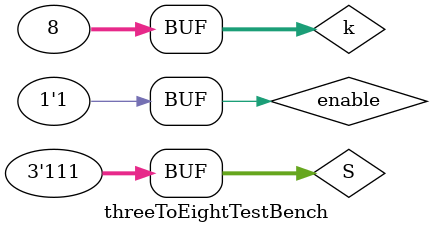
<source format=v>
`timescale 1ns / 1ps

module threeToEightTestBench(
);
    reg [2:0] S;
    wire [7:0] D;
    reg [0:0]enable = 1;
    integer k;
    
    threeToEight DUT (.enable(enable), .S(S), .D(D));   
    
    initial
    begin
      S = 0; 
	for (k=0; k < 8; k=k+1)
	         #5 S=k;
	#10;
    end
    
endmodule

</source>
